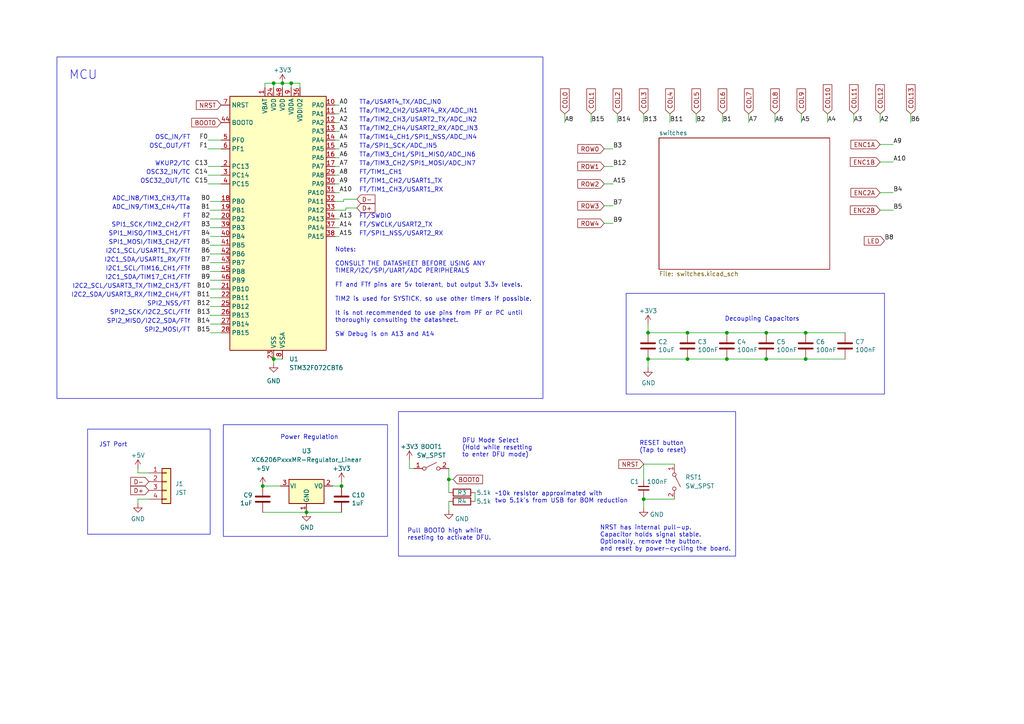
<source format=kicad_sch>
(kicad_sch (version 20231120) (generator "eeschema") (generator_version "8.0")
  (paper "A4")
  (lib_symbols
    (symbol "+5V_1" (power) (pin_names (offset 0))
      (property "Value" "+5V_1" (at 0 3.556 0))
      (symbol "+5V_1_0_1"
        (polyline (pts (xy -0.762 1.27) (xy 0 2.54)))
        (polyline (pts (xy 0 0) (xy 0 2.54)))
        (polyline (pts (xy 0 2.54) (xy 0.762 1.27)))
      )
      (symbol "+5V_1_1_1"
        (pin power_in line (at 0 0 90) (length 0) hide (name "+5V") (number "1"))
      )
    )
    (symbol "+5V_2" (power) (pin_numbers hide) (pin_names (offset 0) hide)
      (property "Value" "+5V" (at 0 3.556 0))
      (symbol "+5V_2_0_1"
        (polyline (pts (xy -0.762 1.27) (xy 0 2.54)))
        (polyline (pts (xy 0 0) (xy 0 2.54)))
        (polyline (pts (xy 0 2.54) (xy 0.762 1.27)))
      )
      (symbol "+5V_2_1_1"
        (pin power_in line (at 0 0 90) (length 0) (name "~") (number "1"))
      )
    )
    (symbol "Connector_Generic:Conn_01x04" (pin_names (offset 1.016) hide)
      (property "Reference" "J" (at 0 5.08 0))
      (property "Value" "Conn_01x04" (at 0 -7.62 0))
      (symbol "Conn_01x04_1_1"
        (rectangle (start -1.27 -4.953) (end 0 -5.207) (stroke (width 0.1524)))
        (rectangle (start -1.27 -2.413) (end 0 -2.667) (stroke (width 0.1524)))
        (rectangle (start -1.27 0.127) (end 0 -0.127) (stroke (width 0.1524)))
        (rectangle (start -1.27 2.667) (end 0 2.413) (stroke (width 0.1524)))
        (rectangle (start -1.27 3.81) (end 1.27 -6.35) (stroke (width 0.254)) (fill (type background)))
        (pin passive line (at -5.08 2.54 0) (length 3.81) (name "Pin_1") (number "1"))
        (pin passive line (at -5.08 0 0) (length 3.81) (name "Pin_2") (number "2"))
        (pin passive line (at -5.08 -2.54 0) (length 3.81) (name "Pin_3") (number "3"))
        (pin passive line (at -5.08 -5.08 0) (length 3.81) (name "Pin_4") (number "4"))
      )
    )
    (symbol "Device:C" (pin_numbers hide) (pin_names (offset 0.254))
      (property "Reference" "C" (at 0.635 2.54 0))
      (property "Value" "C" (at 0.635 -2.54 0))
      (symbol "C_0_1"
        (polyline (pts (xy -2.032 -0.762) (xy 2.032 -0.762)) (stroke (width 0.508)))
        (polyline (pts (xy -2.032 0.762) (xy 2.032 0.762)) (stroke (width 0.508)))
      )
      (symbol "C_1_1"
        (pin passive line (at 0 3.81 270) (length 2.794) (name "~") (number "1"))
        (pin passive line (at 0 -3.81 90) (length 2.794) (name "~") (number "2"))
      )
    )
    (symbol "Device:C_Small" (pin_numbers hide) (pin_names (offset 0.254) hide)
      (property "Reference" "C" (at 0.254 1.778 0))
      (property "Value" "C_Small" (at 0.254 -2.032 0))
      (symbol "C_Small_0_1"
        (polyline (pts (xy -1.524 -0.508) (xy 1.524 -0.508)) (stroke (width 0.3302)))
        (polyline (pts (xy -1.524 0.508) (xy 1.524 0.508)) (stroke (width 0.3048)))
      )
      (symbol "C_Small_1_1"
        (pin passive line (at 0 2.54 270) (length 2.032) (name "~") (number "1"))
        (pin passive line (at 0 -2.54 90) (length 2.032) (name "~") (number "2"))
      )
    )
    (symbol "Device:R" (pin_numbers hide) (pin_names (offset 0))
      (property "Reference" "R" (at 2.032 0 90))
      (property "Value" "R" (at 0 0 90))
      (symbol "R_0_1"
        (rectangle (start -1.016 -2.54) (end 1.016 2.54) (stroke (width 0.254)))
      )
      (symbol "R_1_1"
        (pin passive line (at 0 3.81 270) (length 1.27) (name "~") (number "1"))
        (pin passive line (at 0 -3.81 90) (length 1.27) (name "~") (number "2"))
      )
    )
    (symbol "Device:R_Small" (pin_numbers hide) (pin_names (offset 0.254) hide)
      (property "Reference" "R" (at 0.762 0.508 0))
      (property "Value" "R_Small" (at 0.762 -1.016 0))
      (symbol "R_Small_0_1"
        (rectangle (start -0.762 1.778) (end 0.762 -1.778) (stroke (width 0.2032)))
      )
      (symbol "R_Small_1_1"
        (pin passive line (at 0 2.54 270) (length 0.762) (name "~") (number "1"))
        (pin passive line (at 0 -2.54 90) (length 0.762) (name "~") (number "2"))
      )
    )
    (symbol "GND_1" (power) (pin_numbers hide) (pin_names (offset 0) hide)
      (property "Value" "GND" (at 0 -3.81 0))
      (symbol "GND_1_0_1"
        (polyline (pts (xy 0 0) (xy 0 -1.27) (xy 1.27 -1.27) (xy 0 -2.54) (xy -1.27 -1.27) (xy 0 -1.27)))
      )
      (symbol "GND_1_1_1"
        (pin power_in line (at 0 0 270) (length 0) (name "~") (number "1"))
      )
    )
    (symbol "MCU_ST_STM32F0:STM32F072CBTx"
      (property "Reference" "U" (at -12.7 39.37 0))
      (property "Value" "STM32F072CBTx" (at 10.16 39.37 0))
      (symbol "STM32F072CBTx_0_1"
        (rectangle (start -12.7 -35.56) (end 15.24 38.1) (stroke (width 0.254)) (fill (type background)))
      )
      (symbol "STM32F072CBTx_1_1"
        (pin power_in line (at -2.54 40.64 270) (length 2.54) (name "VBAT") (number "1"))
        (pin bidirectional line (at 17.78 35.56 180) (length 2.54) (name "PA0") (number "10"))
        (pin bidirectional line (at 17.78 33.02 180) (length 2.54) (name "PA1") (number "11"))
        (pin bidirectional line (at 17.78 30.48 180) (length 2.54) (name "PA2") (number "12"))
        (pin bidirectional line (at 17.78 27.94 180) (length 2.54) (name "PA3") (number "13"))
        (pin bidirectional line (at 17.78 25.4 180) (length 2.54) (name "PA4") (number "14"))
        (pin bidirectional line (at 17.78 22.86 180) (length 2.54) (name "PA5") (number "15"))
        (pin bidirectional line (at 17.78 20.32 180) (length 2.54) (name "PA6") (number "16"))
        (pin bidirectional line (at 17.78 17.78 180) (length 2.54) (name "PA7") (number "17"))
        (pin bidirectional line (at -15.24 7.62 0) (length 2.54) (name "PB0") (number "18"))
        (pin bidirectional line (at -15.24 5.08 0) (length 2.54) (name "PB1") (number "19"))
        (pin bidirectional line (at -15.24 17.78 0) (length 2.54) (name "PC13") (number "2"))
        (pin bidirectional line (at -15.24 2.54 0) (length 2.54) (name "PB2") (number "20"))
        (pin bidirectional line (at -15.24 -17.78 0) (length 2.54) (name "PB10") (number "21"))
        (pin bidirectional line (at -15.24 -20.32 0) (length 2.54) (name "PB11") (number "22"))
        (pin power_in line (at 0 -38.1 90) (length 2.54) (name "VSS") (number "23"))
        (pin power_in line (at 0 40.64 270) (length 2.54) (name "VDD") (number "24"))
        (pin bidirectional line (at -15.24 -22.86 0) (length 2.54) (name "PB12") (number "25"))
        (pin bidirectional line (at -15.24 -25.4 0) (length 2.54) (name "PB13") (number "26"))
        (pin bidirectional line (at -15.24 -27.94 0) (length 2.54) (name "PB14") (number "27"))
        (pin bidirectional line (at -15.24 -30.48 0) (length 2.54) (name "PB15") (number "28"))
        (pin bidirectional line (at 17.78 15.24 180) (length 2.54) (name "PA8") (number "29"))
        (pin bidirectional line (at -15.24 15.24 0) (length 2.54) (name "PC14") (number "3"))
        (pin bidirectional line (at 17.78 12.7 180) (length 2.54) (name "PA9") (number "30"))
        (pin bidirectional line (at 17.78 10.16 180) (length 2.54) (name "PA10") (number "31"))
        (pin bidirectional line (at 17.78 7.62 180) (length 2.54) (name "PA11") (number "32"))
        (pin bidirectional line (at 17.78 5.08 180) (length 2.54) (name "PA12") (number "33"))
        (pin bidirectional line (at 17.78 2.54 180) (length 2.54) (name "PA13") (number "34"))
        (pin passive line (at 0 -38.1 90) (length 2.54) hide (name "VSS") (number "35"))
        (pin power_in line (at 7.62 40.64 270) (length 2.54) (name "VDDIO2") (number "36"))
        (pin bidirectional line (at 17.78 0 180) (length 2.54) (name "PA14") (number "37"))
        (pin bidirectional line (at 17.78 -2.54 180) (length 2.54) (name "PA15") (number "38"))
        (pin bidirectional line (at -15.24 0 0) (length 2.54) (name "PB3") (number "39"))
        (pin bidirectional line (at -15.24 12.7 0) (length 2.54) (name "PC15") (number "4"))
        (pin bidirectional line (at -15.24 -2.54 0) (length 2.54) (name "PB4") (number "40"))
        (pin bidirectional line (at -15.24 -5.08 0) (length 2.54) (name "PB5") (number "41"))
        (pin bidirectional line (at -15.24 -7.62 0) (length 2.54) (name "PB6") (number "42"))
        (pin bidirectional line (at -15.24 -10.16 0) (length 2.54) (name "PB7") (number "43"))
        (pin input line (at -15.24 30.48 0) (length 2.54) (name "BOOT0") (number "44"))
        (pin bidirectional line (at -15.24 -12.7 0) (length 2.54) (name "PB8") (number "45"))
        (pin bidirectional line (at -15.24 -15.24 0) (length 2.54) (name "PB9") (number "46"))
        (pin passive line (at 0 -38.1 90) (length 2.54) hide (name "VSS") (number "47"))
        (pin power_in line (at 2.54 40.64 270) (length 2.54) (name "VDD") (number "48"))
        (pin bidirectional line (at -15.24 25.4 0) (length 2.54) (name "PF0") (number "5"))
        (pin bidirectional line (at -15.24 22.86 0) (length 2.54) (name "PF1") (number "6"))
        (pin input line (at -15.24 35.56 0) (length 2.54) (name "NRST") (number "7"))
        (pin power_in line (at 2.54 -38.1 90) (length 2.54) (name "VSSA") (number "8"))
        (pin power_in line (at 5.08 40.64 270) (length 2.54) (name "VDDA") (number "9"))
      )
    )
    (symbol "PCM_marbastlib-mx:MX_SK6812MINI-E"
      (property "Reference" "LED" (at 3.175 6.35 0))
      (property "Value" "MX_SK6812MINI-E" (at 10.16 -6.985 0))
      (symbol "MX_SK6812MINI-E_0_0"
        (text "RGB" (at 2.286 -4.191 0) (effects (font (size 0.762 0.762))))
      )
      (symbol "MX_SK6812MINI-E_0_1"
        (rectangle (start -5.08 5.08) (end 5.08 -5.08) (stroke (width 0.254)) (fill (type background)))
        (polyline (pts (xy 1.27 -3.556) (xy 1.778 -3.556)))
        (polyline (pts (xy 1.27 -2.54) (xy 1.778 -2.54)))
        (polyline (pts (xy 4.699 -3.556) (xy 2.667 -3.556)))
        (polyline (pts (xy 2.286 -2.54) (xy 1.27 -3.556) (xy 1.27 -3.048)))
        (polyline (pts (xy 2.286 -1.524) (xy 1.27 -2.54) (xy 1.27 -2.032)))
        (polyline (pts (xy 3.683 -1.016) (xy 3.683 -3.556) (xy 3.683 -4.064)))
        (polyline (pts (xy 4.699 -1.524) (xy 2.667 -1.524) (xy 3.683 -3.556) (xy 4.699 -1.524)))
      )
      (symbol "MX_SK6812MINI-E_1_1"
        (pin power_in line (at 0 7.62 270) (length 2.54) (name "VDD") (number "1"))
        (pin output line (at 7.62 0 180) (length 2.54) (name "DOUT") (number "2"))
        (pin input line (at -7.62 0 0) (length 2.54) (name "DIN") (number "3"))
        (pin power_in line (at 0 -7.62 90) (length 2.54) (name "VSS") (number "4"))
      )
    )
    (symbol "Switch:SW_SPST" (pin_names (offset 0) hide)
      (property "Reference" "SW" (at 0 3.175 0))
      (property "Value" "SW_SPST" (at 0 -2.54 0))
      (symbol "SW_SPST_0_0"
        (circle (center -2.032 0) (radius 0.508))
        (polyline (pts (xy -1.524 0.254) (xy 1.524 1.778)))
        (circle (center 2.032 0) (radius 0.508))
      )
      (symbol "SW_SPST_1_1"
        (pin passive line (at -5.08 0 0) (length 2.54) (name "A") (number "1"))
        (pin passive line (at 5.08 0 180) (length 2.54) (name "B") (number "2"))
      )
    )
    (symbol "kicad-keyboard-parts:XC6206PxxxMR-Regulator_Linear" (pin_names (offset 0.254))
      (property "Reference" "U" (at -3.81 3.175 0))
      (property "Value" "XC6206PxxxMR-Regulator_Linear" (at 0 3.175 0))
      (property "LCSC" "C5446" (at 0 0 0))
      (symbol "XC6206PxxxMR-Regulator_Linear_0_1"
        (rectangle (start -5.08 1.905) (end 5.08 -5.08) (stroke (width 0.254)) (fill (type background)))
      )
      (symbol "XC6206PxxxMR-Regulator_Linear_1_1"
        (pin power_in line (at 0 -7.62 90) (length 2.54) (name "GND") (number "1"))
        (pin power_out line (at 7.62 0 180) (length 2.54) (name "VO") (number "2"))
        (pin power_in line (at -7.62 0 0) (length 2.54) (name "VI") (number "3"))
      )
    )
    (symbol "power:+3V3" (power) (pin_names (offset 0))
      (property "Value" "+3V3" (at 0 3.556 0))
      (symbol "+3V3_0_1"
        (polyline (pts (xy -0.762 1.27) (xy 0 2.54)))
        (polyline (pts (xy 0 0) (xy 0 2.54)))
        (polyline (pts (xy 0 2.54) (xy 0.762 1.27)))
      )
      (symbol "+3V3_1_1"
        (pin power_in line (at 0 0 90) (length 0) hide (name "+3V3") (number "1"))
      )
    )
    (symbol "power:+5V" (power) (pin_names (offset 0))
      (property "Value" "+5V" (at 0 3.556 0))
      (symbol "+5V_0_1"
        (polyline (pts (xy -0.762 1.27) (xy 0 2.54)))
        (polyline (pts (xy 0 0) (xy 0 2.54)))
        (polyline (pts (xy 0 2.54) (xy 0.762 1.27)))
      )
      (symbol "+5V_1_1"
        (pin power_in line (at 0 0 90) (length 0) hide (name "+5V") (number "1"))
      )
    )
    (symbol "power:GND" (power) (pin_names (offset 0))
      (property "Value" "GND" (at 0 -3.81 0))
      (symbol "GND_0_1"
        (polyline (pts (xy 0 0) (xy 0 -1.27) (xy 1.27 -1.27) (xy 0 -2.54) (xy -1.27 -1.27) (xy 0 -1.27)))
      )
      (symbol "GND_1_1"
        (pin power_in line (at 0 0 270) (length 0) hide (name "GND") (number "1"))
      )
    )
  )
  (junction (at 386.08 86.36))
  (junction (at 386.08 81.28))
  (junction (at 130.175 139.065))
  (junction (at 369.57 81.28))
  (junction (at 434.34 58.42))
  (junction (at 81.915 24.13))
  (junction (at 345.44 58.42))
  (junction (at 322.58 50.8))
  (junction (at 353.06 81.28))
  (junction (at 389.89 43.18))
  (junction (at 455.93 58.42))
  (junction (at 478.79 58.42))
  (junction (at 389.89 58.42))
  (junction (at 99.06 140.97))
  (junction (at 367.03 43.18))
  (junction (at 79.375 24.13))
  (junction (at 427.99 86.36))
  (junction (at 411.48 58.42))
  (junction (at 378.46 81.28))
  (junction (at 411.48 43.18))
  (junction (at 222.25 104.14))
  (junction (at 543.56 58.42))
  (junction (at 543.56 43.18))
  (junction (at 76.2 140.97))
  (junction (at 500.38 58.42))
  (junction (at 353.06 86.36))
  (junction (at 222.25 96.52))
  (junction (at 478.79 43.18))
  (junction (at 563.88 58.42))
  (junction (at 434.34 43.18))
  (junction (at 187.96 104.14))
  (junction (at 88.9 148.59) (diameter 0.9144))
  (junction (at 435.61 81.28))
  (junction (at 186.69 144.78))
  (junction (at 187.96 96.52))
  (junction (at 79.375 104.14))
  (junction (at 402.59 81.28))
  (junction (at 455.93 43.18))
  (junction (at 523.24 43.18))
  (junction (at 361.95 81.28))
  (junction (at 210.82 104.14))
  (junction (at 199.39 104.14))
  (junction (at 563.88 43.18))
  (junction (at 361.95 86.36))
  (junction (at 233.68 104.14))
  (junction (at 233.68 96.52))
  (junction (at 419.1 81.28))
  (junction (at 435.61 86.36))
  (junction (at 402.59 86.36))
  (junction (at 394.97 86.36))
  (junction (at 411.48 81.28))
  (junction (at 210.82 96.52))
  (junction (at 427.99 81.28))
  (junction (at 345.44 43.18))
  (junction (at 369.57 86.36))
  (junction (at 411.48 86.36))
  (junction (at 378.46 86.36))
  (junction (at 500.38 43.18))
  (junction (at 419.1 86.36))
  (junction (at 394.97 81.28))
  (junction (at 523.24 58.42))
  (junction (at 367.03 58.42))
  (junction (at 199.39 96.52))
  (junction (at 84.455 24.13))
  (wire (pts (xy 179.07 33.02) (xy 179.07 35.56)))
  (wire (pts (xy 346.71 86.36) (xy 353.06 86.36)))
  (wire (pts (xy 233.68 104.14) (xy 245.11 104.14)))
  (wire (pts (xy 523.24 43.18) (xy 543.56 43.18)))
  (wire (pts (xy 322.58 49.53) (xy 322.58 50.8)))
  (wire (pts (xy 367.03 43.18) (xy 389.89 43.18)))
  (wire (pts (xy 435.61 86.36) (xy 444.5 86.36)))
  (wire (pts (xy 60.96 76.2) (xy 64.135 76.2)))
  (wire (pts (xy 402.59 81.28) (xy 411.48 81.28)))
  (wire (pts (xy 530.86 50.8) (xy 535.94 50.8)))
  (wire (pts (xy 98.425 40.64) (xy 97.155 40.64)))
  (wire (pts (xy 232.41 33.02) (xy 232.41 35.56)))
  (wire (pts (xy 419.1 50.8) (xy 426.72 50.8)))
  (wire (pts (xy 394.97 86.36) (xy 402.59 86.36)))
  (wire (pts (xy 60.96 60.96) (xy 64.135 60.96)))
  (wire (pts (xy 86.995 24.13) (xy 86.995 25.4)))
  (wire (pts (xy 386.08 81.28) (xy 394.97 81.28)))
  (wire (pts (xy 486.41 50.8) (xy 492.76 50.8)))
  (wire (pts (xy 337.82 50.8) (xy 322.58 50.8)))
  (wire (pts (xy 98.425 53.34) (xy 97.155 53.34)))
  (wire (pts (xy 508 50.8) (xy 515.62 50.8)))
  (wire (pts (xy 209.55 33.02) (xy 209.55 35.56)))
  (wire (pts (xy 210.82 104.14) (xy 199.39 104.14)))
  (wire (pts (xy 345.44 58.42) (xy 367.03 58.42)))
  (wire (pts (xy 175.26 59.69) (xy 177.8 59.69)))
  (wire (pts (xy 98.425 48.26) (xy 97.155 48.26)))
  (wire (pts (xy 120.015 135.89) (xy 118.745 135.89)))
  (wire (pts (xy 389.89 58.42) (xy 411.48 58.42)))
  (wire (pts (xy 84.455 24.13) (xy 84.455 25.4)))
  (wire (pts (xy 98.425 35.56) (xy 97.155 35.56)))
  (wire (pts (xy 210.82 96.52) (xy 199.39 96.52)))
  (wire (pts (xy 60.96 63.5) (xy 64.135 63.5)))
  (wire (pts (xy 463.55 50.8) (xy 471.17 50.8)))
  (wire (pts (xy 84.455 24.13) (xy 86.995 24.13)))
  (wire (pts (xy 130.175 139.065) (xy 131.445 139.065)))
  (wire (pts (xy 60.96 78.74) (xy 64.135 78.74)))
  (wire (pts (xy 79.375 24.13) (xy 79.375 25.4)))
  (wire (pts (xy 411.48 86.36) (xy 419.1 86.36)))
  (wire (pts (xy 353.06 81.28) (xy 361.95 81.28)))
  (wire (pts (xy 369.57 86.36) (xy 378.46 86.36)))
  (wire (pts (xy 88.9 148.59) (xy 99.06 148.59)))
  (wire (pts (xy 500.38 58.42) (xy 523.24 58.42)))
  (wire (pts (xy 60.96 93.98) (xy 64.135 93.98)))
  (wire (pts (xy 79.375 105.41) (xy 79.375 104.14)))
  (wire (pts (xy 60.96 83.82) (xy 64.135 83.82)))
  (wire (pts (xy 201.93 33.02) (xy 201.93 35.56)))
  (wire (pts (xy 98.425 38.1) (xy 97.155 38.1)))
  (wire (pts (xy 186.69 147.32) (xy 186.69 144.78)))
  (wire (pts (xy 551.18 50.8) (xy 556.26 50.8)))
  (wire (pts (xy 411.48 58.42) (xy 434.34 58.42)))
  (wire (pts (xy 60.96 73.66) (xy 64.135 73.66)))
  (wire (pts (xy 76.2 140.97) (xy 81.28 140.97)))
  (wire (pts (xy 137.795 142.875) (xy 137.795 145.415)))
  (wire (pts (xy 222.25 96.52) (xy 233.68 96.52)))
  (wire (pts (xy 98.425 63.5) (xy 97.155 63.5)))
  (wire (pts (xy 60.96 71.12) (xy 64.135 71.12)))
  (wire (pts (xy 435.61 81.28) (xy 444.5 81.28)))
  (wire (pts (xy 43.18 144.78) (xy 40.005 144.78)))
  (wire (pts (xy 118.745 135.89) (xy 118.745 133.35)))
  (wire (pts (xy 100.33 60.325) (xy 100.33 60.96)))
  (wire (pts (xy 60.96 66.04) (xy 64.135 66.04)))
  (wire (pts (xy 76.835 24.13) (xy 76.835 25.4)))
  (wire (pts (xy 175.26 64.77) (xy 177.8 64.77)))
  (wire (pts (xy 397.51 50.8) (xy 403.86 50.8)))
  (wire (pts (xy 419.1 86.36) (xy 427.99 86.36)))
  (wire (pts (xy 98.425 43.18) (xy 97.155 43.18)))
  (wire (pts (xy 60.96 91.44) (xy 64.135 91.44)))
  (wire (pts (xy 441.96 50.8) (xy 448.31 50.8)))
  (wire (pts (xy 434.34 58.42) (xy 455.93 58.42)))
  (wire (pts (xy 171.45 33.02) (xy 171.45 35.56)))
  (wire (pts (xy 571.5 50.8) (xy 576.58 50.8)))
  (wire (pts (xy 43.18 137.16) (xy 40.005 137.16)))
  (wire (pts (xy 361.95 81.28) (xy 369.57 81.28)))
  (wire (pts (xy 186.69 134.62) (xy 195.58 134.62)))
  (wire (pts (xy 96.52 140.97) (xy 99.06 140.97)))
  (wire (pts (xy 210.82 96.52) (xy 222.25 96.52)))
  (wire (pts (xy 98.425 45.72) (xy 97.155 45.72)))
  (wire (pts (xy 130.175 135.89) (xy 130.175 139.065)))
  (wire (pts (xy 84.455 24.13) (xy 81.915 24.13)))
  (wire (pts (xy 60.96 58.42) (xy 64.135 58.42)))
  (wire (pts (xy 353.06 86.36) (xy 361.95 86.36)))
  (wire (pts (xy 563.88 43.18) (xy 584.2 43.18)))
  (wire (pts (xy 186.69 134.62) (xy 186.69 139.065)))
  (wire (pts (xy 98.425 55.88) (xy 97.155 55.88)))
  (wire (pts (xy 255.27 33.02) (xy 255.27 35.56)))
  (wire (pts (xy 334.01 58.42) (xy 345.44 58.42)))
  (wire (pts (xy 60.96 86.36) (xy 64.135 86.36)))
  (wire (pts (xy 247.65 33.02) (xy 247.65 35.56)))
  (wire (pts (xy 217.17 33.02) (xy 217.17 35.56)))
  (wire (pts (xy 322.58 50.8) (xy 308.61 50.8)))
  (wire (pts (xy 100.33 60.96) (xy 97.155 60.96)))
  (wire (pts (xy 187.96 106.68) (xy 187.96 104.14)))
  (wire (pts (xy 427.99 86.36) (xy 435.61 86.36)))
  (wire (pts (xy 255.27 41.91) (xy 259.08 41.91)))
  (wire (pts (xy 523.24 58.42) (xy 543.56 58.42)))
  (wire (pts (xy 455.93 58.42) (xy 478.79 58.42)))
  (wire (pts (xy 543.56 43.18) (xy 563.88 43.18)))
  (wire (pts (xy 60.325 48.26) (xy 64.135 48.26)))
  (wire (pts (xy 60.325 50.8) (xy 64.135 50.8)))
  (wire (pts (xy 500.38 43.18) (xy 523.24 43.18)))
  (wire (pts (xy 79.375 104.14) (xy 81.915 104.14)))
  (wire (pts (xy 233.68 96.52) (xy 245.11 96.52)))
  (wire (pts (xy 187.96 93.98) (xy 187.96 96.52)))
  (wire (pts (xy 322.58 40.64) (xy 322.58 44.45)))
  (wire (pts (xy 60.96 96.52) (xy 64.135 96.52)))
  (wire (pts (xy 543.56 58.42) (xy 563.88 58.42)))
  (wire (pts (xy 186.69 33.02) (xy 186.69 35.56)))
  (wire (pts (xy 163.83 33.02) (xy 163.83 35.56)))
  (wire (pts (xy 186.69 144.78) (xy 186.69 144.145)))
  (wire (pts (xy 264.16 33.02) (xy 264.16 35.56)))
  (wire (pts (xy 79.375 24.13) (xy 81.915 24.13)))
  (wire (pts (xy 186.69 144.78) (xy 195.58 144.78)))
  (wire (pts (xy 334.01 43.18) (xy 345.44 43.18)))
  (wire (pts (xy 402.59 86.36) (xy 411.48 86.36)))
  (wire (pts (xy 130.175 145.415) (xy 130.175 147.955)))
  (wire (pts (xy 60.325 40.64) (xy 64.135 40.64)))
  (wire (pts (xy 224.79 33.02) (xy 224.79 35.56)))
  (wire (pts (xy 411.48 81.28) (xy 419.1 81.28)))
  (wire (pts (xy 60.96 88.9) (xy 64.135 88.9)))
  (wire (pts (xy 361.95 86.36) (xy 369.57 86.36)))
  (wire (pts (xy 60.96 81.28) (xy 64.135 81.28)))
  (wire (pts (xy 40.005 137.16) (xy 40.005 135.89)))
  (wire (pts (xy 40.005 144.78) (xy 40.005 146.05)))
  (wire (pts (xy 389.89 43.18) (xy 411.48 43.18)))
  (wire (pts (xy 76.835 24.13) (xy 79.375 24.13)))
  (wire (pts (xy 563.88 58.42) (xy 584.2 58.42)))
  (wire (pts (xy 378.46 86.36) (xy 386.08 86.36)))
  (wire (pts (xy 60.96 68.58) (xy 64.135 68.58)))
  (wire (pts (xy 130.175 139.065) (xy 130.175 142.875)))
  (wire (pts (xy 427.99 81.28) (xy 435.61 81.28)))
  (wire (pts (xy 255.27 55.88) (xy 259.08 55.88)))
  (wire (pts (xy 240.03 33.02) (xy 240.03 35.56)))
  (wire (pts (xy 99.695 57.785) (xy 99.695 58.42)))
  (wire (pts (xy 478.79 43.18) (xy 500.38 43.18)))
  (wire (pts (xy 103.505 60.325) (xy 100.33 60.325)))
  (wire (pts (xy 478.79 58.42) (xy 500.38 58.42)))
  (wire (pts (xy 98.425 50.8) (xy 97.155 50.8)))
  (wire (pts (xy 98.425 33.02) (xy 97.155 33.02)))
  (wire (pts (xy 98.425 66.04) (xy 97.155 66.04)))
  (wire (pts (xy 199.39 104.14) (xy 187.96 104.14)))
  (wire (pts (xy 99.06 139.7) (xy 99.06 140.97)))
  (wire (pts (xy 434.34 43.18) (xy 455.93 43.18)))
  (wire (pts (xy 255.27 60.96) (xy 259.08 60.96)))
  (wire (pts (xy 367.03 58.42) (xy 389.89 58.42)))
  (wire (pts (xy 369.57 81.28) (xy 378.46 81.28)))
  (wire (pts (xy 99.695 58.42) (xy 97.155 58.42)))
  (wire (pts (xy 386.08 86.36) (xy 394.97 86.36)))
  (wire (pts (xy 60.325 43.18) (xy 64.135 43.18)))
  (wire (pts (xy 353.06 50.8) (xy 359.41 50.8)))
  (wire (pts (xy 175.26 53.34) (xy 177.8 53.34)))
  (wire (pts (xy 103.505 57.785) (xy 99.695 57.785)))
  (wire (pts (xy 175.26 48.26) (xy 177.8 48.26)))
  (wire (pts (xy 88.9 148.59) (xy 76.2 148.59)))
  (wire (pts (xy 175.26 43.18) (xy 177.8 43.18)))
  (wire (pts (xy 255.27 46.99) (xy 259.08 46.99)))
  (wire (pts (xy 394.97 81.28) (xy 402.59 81.28)))
  (wire (pts (xy 98.425 30.48) (xy 97.155 30.48)))
  (wire (pts (xy 98.425 68.58) (xy 97.155 68.58)))
  (wire (pts (xy 81.915 24.13) (xy 81.915 25.4)))
  (wire (pts (xy 199.39 96.52) (xy 187.96 96.52)))
  (wire (pts (xy 419.1 81.28) (xy 427.99 81.28)))
  (wire (pts (xy 374.65 50.8) (xy 382.27 50.8)))
  (wire (pts (xy 378.46 81.28) (xy 386.08 81.28)))
  (wire (pts (xy 210.82 104.14) (xy 222.25 104.14)))
  (wire (pts (xy 346.71 81.28) (xy 353.06 81.28)))
  (wire (pts (xy 345.44 43.18) (xy 367.03 43.18)))
  (wire (pts (xy 455.93 43.18) (xy 478.79 43.18)))
  (wire (pts (xy 222.25 104.14) (xy 233.68 104.14)))
  (wire (pts (xy 411.48 43.18) (xy 434.34 43.18)))
  (wire (pts (xy 60.325 53.34) (xy 64.135 53.34)))
  (wire (pts (xy 194.31 33.02) (xy 194.31 35.56)))
  (rectangle (start 299.72 20.32) (end 596.9 95.25))
  (rectangle (start 181.61 85.09) (end 256.54 114.3))
  (rectangle (start 16.51 16.51) (end 157.48 115.57))
  (rectangle (start 25.4 124.46) (end 60.96 154.94))
  (rectangle (start 64.77 123.19) (end 112.395 155.575))
  (rectangle (start 115.57 119.38) (end 213.36 161.29))
  (text "SPI1_SCK/TIM2_CH2/FT" (at 55.245 66.04 0) (effects (font (size 1.27 1.27)) (justify right bottom)))
  (text "FT/TIM1_CH1" (at 104.14 50.8 0) (effects (font (size 1.27 1.27)) (justify left bottom)))
  (text "FT/TIM1_CH3/USART1_RX" (at 104.14 55.88 0) (effects (font (size 1.27 1.27)) (justify left bottom)))
  (text "SPI2_NSS/FT" (at 55.245 88.9 0) (effects (font (size 1.27 1.27)) (justify right bottom)))
  (text "Notes:\n\nCONSULT THE DATASHEET BEFORE USING ANY \nTIMER/I2C/SPI/UART/ADC PERIPHERALS\n\nFT and FTf pins are 5v tolerant, but output 3.3v levels.\n\nTIM2 is used for SYSTICK, so use other timers if possible.\n\nIt is not recommended to use pins from PF or PC until\nthoroughly consulting the datasheet.\n\nSW Debug is on A13 and A14" (at 97.155 97.79 0) (effects (font (size 1.27 1.27)) (justify left bottom)))
  (text "TTa/TIM2_CH4/USART2_RX/ADC_IN3" (at 104.14 38.1 0) (effects (font (size 1.27 1.27)) (justify left bottom)))
  (text "NRST has internal pull-up.\nCapacitor holds signal stable.\nOptionally, remove the button,\nand reset by power-cycling the board." (at 173.99 160.02 0) (effects (font (size 1.27 1.27)) (justify left bottom)))
  (text "FT/SWDIO" (at 104.14 63.5 0) (effects (font (size 1.27 1.27)) (justify left bottom)))
  (text "Decoupling Capacitors" (at 210.185 93.345 0) (effects (font (size 1.27 1.27)) (justify left bottom)))
  (text "SPI1_MOSI/TIM3_CH2/FT" (at 55.245 71.12 0) (effects (font (size 1.27 1.27)) (justify right bottom)))
  (text "ADC_IN9/TIM3_CH4/TTa" (at 55.245 60.96 0) (effects (font (size 1.27 1.27)) (justify right bottom)))
  (text "I2C2_SCL/USART3_TX/TIM2_CH3/FT" (at 55.245 83.82 0) (effects (font (size 1.27 1.27)) (justify right bottom)))
  (text "MCU" (at 24.13 21.844 0) (effects (font (size 2.54 2.54))))
  (text "SPI2_MISO/I2C2_SDA/FTf" (at 55.245 93.98 0) (effects (font (size 1.27 1.27)) (justify right bottom)))
  (text "FT/SWCLK/USART2_TX" (at 104.14 66.04 0) (effects (font (size 1.27 1.27)) (justify left bottom)))
  (text "I2C1_SCL/TIM16_CH1/FTf" (at 55.245 78.74 0) (effects (font (size 1.27 1.27)) (justify right bottom)))
  (text "~10k resistor approximated with\ntwo 5.1k's from USB for BOM reduction" (at 143.51 146.05 0) (effects (font (size 1.27 1.27)) (justify left bottom)))
  (text "TTa/TIM2_CH2/USART4_RX/ADC_IN1" (at 104.14 33.02 0) (effects (font (size 1.27 1.27)) (justify left bottom)))
  (text "JST Port" (at 28.702 129.794 0) (effects (font (size 1.27 1.27)) (justify left bottom)))
  (text "TTa/TIM2_CH3/USART2_TX/ADC_IN2" (at 104.14 35.56 0) (effects (font (size 1.27 1.27)) (justify left bottom)))
  (text "OSC_IN/FT" (at 55.245 40.64 0) (effects (font (size 1.27 1.27)) (justify right bottom)))
  (text "DFU Mode Select\n(Hold while resetting\nto enter DFU mode)" (at 133.985 132.715 0) (effects (font (size 1.27 1.27)) (justify left bottom)))
  (text "WKUP2/TC" (at 55.245 48.26 0) (effects (font (size 1.27 1.27)) (justify right bottom)))
  (text "I2C2_SDA/USART3_RX/TIM2_CH4/FT" (at 55.245 86.36 0) (effects (font (size 1.27 1.27)) (justify right bottom)))
  (text "ADC_IN8/TIM3_CH3/TTa" (at 55.245 58.42 0) (effects (font (size 1.27 1.27)) (justify right bottom)))
  (text "RESET button\n(Tap to reset)" (at 185.42 131.445 0) (effects (font (size 1.27 1.27)) (justify left bottom)))
  (text "Pull BOOT0 high while \nreseting to activate DFU." (at 118.11 156.845 0) (effects (font (size 1.27 1.27)) (justify left bottom)))
  (text "I2C1_SDA/TIM17_CH1/FTf" (at 55.245 81.28 0) (effects (font (size 1.27 1.27)) (justify right bottom)))
  (text "TTa/SPI1_SCK/ADC_IN5" (at 104.14 43.18 0) (effects (font (size 1.27 1.27)) (justify left bottom)))
  (text "TTa/TIM3_CH1/SPI1_MISO/ADC_IN6" (at 104.14 45.72 0) (effects (font (size 1.27 1.27)) (justify left bottom)))
  (text "TTa/TIM3_CH2/SPI1_MOSI/ADC_IN7" (at 104.14 48.26 0) (effects (font (size 1.27 1.27)) (justify left bottom)))
  (text "OSC32_OUT/TC" (at 55.245 53.34 0) (effects (font (size 1.27 1.27)) (justify right bottom)))
  (text "FT/SPI1_NSS/USART2_RX" (at 104.14 68.58 0) (effects (font (size 1.27 1.27)) (justify left bottom)))
  (text "SPI1_MISO/TIM3_CH1/FT" (at 55.245 68.58 0) (effects (font (size 1.27 1.27)) (justify right bottom)))
  (text "OSC32_IN/TC" (at 55.245 50.8 0) (effects (font (size 1.27 1.27)) (justify right bottom)))
  (text "LED" (at 310.134 25.908 0) (effects (font (size 2.54 2.54))))
  (text "TTa/TIM14_CH1/SPI1_NSS/ADC_IN4" (at 104.14 40.64 0) (effects (font (size 1.27 1.27)) (justify left bottom)))
  (text "I2C1_SDA/USART1_RX/FTf" (at 55.245 76.2 0) (effects (font (size 1.27 1.27)) (justify right bottom)))
  (text "SPI2_MOSI/FT" (at 55.245 96.52 0) (effects (font (size 1.27 1.27)) (justify right bottom)))
  (text "FT/TIM1_CH2/USART1_TX" (at 104.14 53.34 0) (effects (font (size 1.27 1.27)) (justify left bottom)))
  (text "Power Regulation" (at 81.28 127.635 0) (effects (font (size 1.27 1.27)) (justify left bottom)))
  (text "SPI2_SCK/I2C2_SCL/FTf" (at 55.245 91.44 0) (effects (font (size 1.27 1.27)) (justify right bottom)))
  (text "OSC_OUT/FT" (at 55.245 43.18 0) (effects (font (size 1.27 1.27)) (justify right bottom)))
  (text "FT" (at 55.245 63.5 0) (effects (font (size 1.27 1.27)) (justify right bottom)))
  (text "TTa/USART4_TX/ADC_IN0" (at 104.14 30.48 0) (effects (font (size 1.27 1.27)) (justify left bottom)))
  (text "I2C1_SCL/USART1_TX/FTf" (at 55.245 73.66 0) (effects (font (size 1.27 1.27)) (justify right bottom)))
  (label "A1" (at 98.425 33.02 0))
  (label "B1" (at 209.55 35.56 0))
  (label "A3" (at 98.425 38.1 0))
  (label "A13" (at 98.425 63.5 0))
  (label "A10" (at 98.425 55.88 0))
  (label "A7" (at 217.17 35.56 0))
  (label "B7" (at 60.96 76.2 180))
  (label "B13" (at 60.96 91.44 180))
  (label "A6" (at 98.425 45.72 0))
  (label "A5" (at 232.41 35.56 0))
  (label "B15" (at 171.45 35.56 0))
  (label "B1" (at 60.96 60.96 180))
  (label "B9" (at 60.96 81.28 180))
  (label "B14" (at 179.07 35.56 0))
  (label "B5" (at 60.96 71.12 180))
  (label "B14" (at 60.96 93.98 180))
  (label "A8" (at 98.425 50.8 0))
  (label "B0" (at 60.96 58.42 180))
  (label "A4" (at 240.03 35.56 0))
  (label "A9" (at 98.425 53.34 0))
  (label "B3" (at 177.8 43.18 0))
  (label "A2" (at 98.425 35.56 0))
  (label "B8" (at 60.96 78.74 180))
  (label "A9" (at 259.08 41.91 0))
  (label "A8" (at 163.83 35.56 0))
  (label "A4" (at 98.425 40.64 0))
  (label "B12" (at 60.96 88.9 180))
  (label "B4" (at 60.96 68.58 180))
  (label "C14" (at 60.325 50.8 180))
  (label "B12" (at 177.8 48.26 0))
  (label "B6" (at 60.96 73.66 180))
  (label "A6" (at 224.79 35.56 0))
  (label "B6" (at 264.16 35.56 0))
  (label "B15" (at 60.96 96.52 180))
  (label "A14" (at 98.425 66.04 0))
  (label "B11" (at 194.31 35.56 0))
  (label "A3" (at 247.65 35.56 0))
  (label "B7" (at 177.8 59.69 0))
  (label "A10" (at 259.08 46.99 0))
  (label "A15" (at 177.8 53.34 0))
  (label "B10" (at 60.96 83.82 180))
  (label "B11" (at 60.96 86.36 180))
  (label "B8" (at 256.54 69.85 0))
  (label "C15" (at 60.325 53.34 180))
  (label "B3" (at 60.96 66.04 180))
  (label "A0" (at 98.425 30.48 0))
  (label "B2" (at 60.96 63.5 180))
  (label "F1" (at 60.325 43.18 180))
  (label "B5" (at 259.08 60.96 0))
  (label "A2" (at 255.27 35.56 0))
  (label "B2" (at 201.93 35.56 0))
  (label "B4" (at 259.08 55.88 0))
  (label "A5" (at 98.425 43.18 0))
  (label "A7" (at 98.425 48.26 0))
  (label "B13" (at 186.69 35.56 0))
  (label "B9" (at 177.8 64.77 0))
  (label "C13" (at 60.325 48.26 180))
  (label "F0" (at 60.325 40.64 180))
  (label "A15" (at 98.425 68.58 0))
  (global_label "COL5" (shape input) (at 201.93 33.02 90) (property "Intersheetrefs" "${INTERSHEET_REFS}" (effects (hide yes))))
  (global_label "COL4" (shape input) (at 194.31 33.02 90) (property "Intersheetrefs" "${INTERSHEET_REFS}" (effects (hide yes))))
  (global_label "COL7" (shape input) (at 217.17 33.02 90) (property "Intersheetrefs" "${INTERSHEET_REFS}" (effects (hide yes))))
  (global_label "D+" (shape input) (at 43.18 142.24 180) (property "Intersheetrefs" "${INTERSHEET_REFS}" (effects (hide yes))))
  (global_label "COL8" (shape input) (at 224.79 33.02 90) (property "Intersheetrefs" "${INTERSHEET_REFS}" (effects (hide yes))))
  (global_label "D-" (shape input) (at 103.505 57.785 0) (property "Intersheetrefs" "${INTERSHEET_REFS}" (effects (hide yes))))
  (global_label "ENC1A" (shape input) (at 255.27 41.91 180) (property "Intersheetrefs" "${INTERSHEET_REFS}" (effects (hide yes))))
  (global_label "BOOT0" (shape input) (at 64.135 35.56 180) (property "Intersheetrefs" "${INTERSHEET_REFS}" (effects (hide yes))))
  (global_label "ROW3" (shape input) (at 175.26 59.69 180) (property "Intersheetrefs" "${INTERSHEET_REFS}" (effects (hide yes))))
  (global_label "COL9" (shape input) (at 232.41 33.02 90) (property "Intersheetrefs" "${INTERSHEET_REFS}" (effects (hide yes))))
  (global_label "D+" (shape input) (at 103.505 60.325 0) (property "Intersheetrefs" "${INTERSHEET_REFS}" (effects (hide yes))))
  (global_label "ENC1B" (shape input) (at 255.27 46.99 180) (property "Intersheetrefs" "${INTERSHEET_REFS}" (effects (hide yes))))
  (global_label "LED" (shape input) (at 308.61 50.8 180) (property "Intersheetrefs" "${INTERSHEET_REFS}" (effects (hide yes))))
  (global_label "COL3" (shape input) (at 186.69 33.02 90) (property "Intersheetrefs" "${INTERSHEET_REFS}" (effects (hide yes))))
  (global_label "ROW1" (shape input) (at 175.26 48.26 180) (property "Intersheetrefs" "${INTERSHEET_REFS}" (effects (hide yes))))
  (global_label "ROW0" (shape input) (at 175.26 43.18 180) (property "Intersheetrefs" "${INTERSHEET_REFS}" (effects (hide yes))))
  (global_label "COL6" (shape input) (at 209.55 33.02 90) (property "Intersheetrefs" "${INTERSHEET_REFS}" (effects (hide yes))))
  (global_label "COL0" (shape input) (at 163.83 33.02 90) (property "Intersheetrefs" "${INTERSHEET_REFS}" (effects (hide yes))))
  (global_label "ROW2" (shape input) (at 175.26 53.34 180) (property "Intersheetrefs" "${INTERSHEET_REFS}" (effects (hide yes))))
  (global_label "ENC2B" (shape input) (at 255.27 60.96 180) (property "Intersheetrefs" "${INTERSHEET_REFS}" (effects (hide yes))))
  (global_label "ENC2A" (shape input) (at 255.27 55.88 180) (property "Intersheetrefs" "${INTERSHEET_REFS}" (effects (hide yes))))
  (global_label "D-" (shape input) (at 43.18 139.7 180) (property "Intersheetrefs" "${INTERSHEET_REFS}" (effects (hide yes))))
  (global_label "NRST" (shape input) (at 186.69 134.62 180) (property "Intersheetrefs" "${INTERSHEET_REFS}" (effects (hide yes))))
  (global_label "NRST" (shape input) (at 64.135 30.48 180) (property "Intersheetrefs" "${INTERSHEET_REFS}" (effects (hide yes))))
  (global_label "COL12" (shape input) (at 255.27 33.02 90) (property "Intersheetrefs" "${INTERSHEET_REFS}" (effects (hide yes))))
  (global_label "BOOT0" (shape input) (at 131.445 139.065 0) (property "Intersheetrefs" "${INTERSHEET_REFS}" (effects (hide yes))))
  (global_label "ROW4" (shape input) (at 175.26 64.77 180) (property "Intersheetrefs" "${INTERSHEET_REFS}" (effects (hide yes))))
  (global_label "COL10" (shape input) (at 240.03 33.02 90) (property "Intersheetrefs" "${INTERSHEET_REFS}" (effects (hide yes))))
  (global_label "LED" (shape input) (at 256.54 69.85 180) (property "Intersheetrefs" "${INTERSHEET_REFS}" (effects (hide yes))))
  (global_label "COL11" (shape input) (at 247.65 33.02 90) (property "Intersheetrefs" "${INTERSHEET_REFS}" (effects (hide yes))))
  (global_label "COL2" (shape input) (at 179.07 33.02 90) (property "Intersheetrefs" "${INTERSHEET_REFS}" (effects (hide yes))))
  (global_label "COL13" (shape input) (at 264.16 33.02 90) (property "Intersheetrefs" "${INTERSHEET_REFS}" (effects (hide yes))))
  (global_label "COL1" (shape input) (at 171.45 33.02 90) (property "Intersheetrefs" "${INTERSHEET_REFS}" (effects (hide yes))))
  (symbol (lib_id "PCM_marbastlib-mx:MX_SK6812MINI-E") (at 411.48 50.8 0) (unit 1)
    (property "Reference" "LED4" (at 411.48 62.738 0))
    (property "Value" "MX_SK6812MINI-E" (at 411.48 65.278 0))
    (property "Footprint" "PCM_marbastlib-mx:LED_MX_6028R" (effects (hide yes)))
    (property "Description" "Reverse mount adressable LED (WS2812 protocol)" (effects (hide yes)))
  )
  (symbol (lib_id "power:+3V3") (at 81.915 24.13 0) (unit 1)
    (property "Reference" "#PWR01" (effects (hide yes)))
    (property "Value" "+3V3" (at 81.915 20.32 0))
  )
  (symbol (lib_id "Device:R") (at 133.985 142.875 90) (unit 1)
    (property "Reference" "R3" (at 133.985 142.875 90))
    (property "Value" "5.1k" (at 140.335 142.875 90))
    (property "Footprint" "Resistor_SMD:R_0402_1005Metric" (effects (hide yes)))
  )
  (symbol (lib_name "GND_1") (lib_id "power:GND") (at 334.01 58.42 0) (unit 1)
    (property "Reference" "#PWR016" (effects (hide yes)))
    (property "Value" "GND" (at 334.01 63.5 0))
    (property "Description" "Power symbol creates a global label with name \"GND\" , ground" (effects (hide yes)))
  )
  (symbol (lib_id "power:GND") (at 79.375 105.41 0) (unit 1)
    (property "Reference" "#PWR02" (effects (hide yes)))
    (property "Value" "GND" (at 79.375 110.49 0))
  )
  (symbol (lib_id "Device:C_Small") (at 427.99 83.82 180) (unit 1)
    (property "Reference" "C19" (at 427.736 79.502 0))
    (property "Value" "100nF" (at 427.736 76.962 0))
    (property "Footprint" "Capacitor_SMD:C_0402_1005Metric" (effects (hide yes)))
    (property "Description" "Unpolarized capacitor, small symbol" (effects (hide yes)))
  )
  (symbol (lib_id "power:GND") (at 187.96 106.68 0) (unit 1)
    (property "Reference" "#PWR08" (effects (hide yes)))
    (property "Value" "GND" (at 188.087 111.0742 0))
  )
  (symbol (lib_name "+5V_1") (lib_id "power:+5V") (at 40.005 135.89 0) (unit 1)
    (property "Reference" "#PWR059" (effects (hide yes)))
    (property "Value" "+5V" (at 40.005 132.08 0))
  )
  (symbol (lib_id "MCU_ST_STM32F0:STM32F072CBTx") (at 79.375 66.04 0) (unit 1)
    (property "Reference" "U1" (at 83.8709 104.14 0) (effects (justify left)))
    (property "Value" "STM32F072CBT6" (at 83.8709 106.68 0) (effects (justify left)))
    (property "Footprint" "Package_QFP:LQFP-48_7x7mm_P0.5mm" (effects (hide yes)))
    (property "Datasheet" "https://www.st.com/resource/en/datasheet/stm32f072cb.pdf" (effects (hide yes)))
    (property "JlcRotOffset" "90" (effects (hide yes)))
  )
  (symbol (lib_id "PCM_marbastlib-mx:MX_SK6812MINI-E") (at 523.24 50.8 0) (unit 1)
    (property "Reference" "LED9" (at 523.24 62.738 0))
    (property "Value" "MX_SK6812MINI-E" (at 523.24 65.278 0))
    (property "Footprint" "PCM_marbastlib-mx:LED_MX_6028R" (effects (hide yes)))
    (property "Description" "Reverse mount adressable LED (WS2812 protocol)" (effects (hide yes)))
  )
  (symbol (lib_id "Device:C") (at 233.68 100.33 0) (unit 1)
    (property "Reference" "C6" (at 236.601 99.1616 0) (effects (justify left)))
    (property "Value" "100nF" (at 236.601 101.473 0) (effects (justify left)))
    (property "Footprint" "Capacitor_SMD:C_0402_1005Metric" (effects (hide yes)))
    (property "LCSC" "C307331" (effects (hide yes)))
  )
  (symbol (lib_id "Device:C_Small") (at 444.5 83.82 180) (unit 1)
    (property "Reference" "C21" (at 444.246 79.502 0))
    (property "Value" "100nF" (at 444.246 76.962 0))
    (property "Footprint" "Capacitor_SMD:C_0402_1005Metric" (effects (hide yes)))
    (property "Description" "Unpolarized capacitor, small symbol" (effects (hide yes)))
  )
  (symbol (lib_id "power:GND") (at 40.005 146.05 0) (unit 1)
    (property "Reference" "#PWR060" (effects (hide yes)))
    (property "Value" "GND" (at 40.005 150.495 0))
  )
  (symbol (lib_name "+5V_2") (lib_id "power:+5V") (at 322.58 40.64 0) (mirror y) (unit 1)
    (property "Reference" "#PWR017" (effects (hide yes)))
    (property "Value" "+5V" (at 322.58 35.56 0))
    (property "Description" "Power symbol creates a global label with name \"+5V\"" (effects (hide yes)))
  )
  (symbol (lib_id "Device:C_Small") (at 402.59 83.82 180) (unit 1)
    (property "Reference" "C16" (at 402.336 79.248 0))
    (property "Value" "100nF" (at 402.336 76.708 0))
    (property "Footprint" "Capacitor_SMD:C_0402_1005Metric" (effects (hide yes)))
    (property "Description" "Unpolarized capacitor, small symbol" (effects (hide yes)))
  )
  (symbol (lib_id "Device:C_Small") (at 411.48 83.82 180) (unit 1)
    (property "Reference" "C17" (at 411.226 79.502 0))
    (property "Value" "100nF" (at 411.226 76.962 0))
    (property "Footprint" "Capacitor_SMD:C_0402_1005Metric" (effects (hide yes)))
    (property "Description" "Unpolarized capacitor, small symbol" (effects (hide yes)))
  )
  (symbol (lib_id "power:+3V3") (at 187.96 93.98 0) (unit 1)
    (property "Reference" "#PWR04" (effects (hide yes)))
    (property "Value" "+3V3" (at 187.96 90.17 0))
  )
  (symbol (lib_id "Device:C_Small") (at 361.95 83.82 180) (unit 1)
    (property "Reference" "C11" (at 361.696 79.502 0))
    (property "Value" "100nF" (at 361.696 76.962 0))
    (property "Footprint" "Capacitor_SMD:C_0402_1005Metric" (effects (hide yes)))
    (property "Description" "Unpolarized capacitor, small symbol" (effects (hide yes)))
  )
  (symbol (lib_id "Device:C_Small") (at 353.06 83.82 180) (unit 1)
    (property "Reference" "C8" (at 352.806 79.248 0))
    (property "Value" "100nF" (at 352.806 76.708 0))
    (property "Footprint" "Capacitor_SMD:C_0402_1005Metric" (effects (hide yes)))
    (property "Description" "Unpolarized capacitor, small symbol" (effects (hide yes)))
  )
  (symbol (lib_id "Device:C") (at 99.06 144.78 0) (unit 1)
    (property "Reference" "C10" (at 101.981 143.6116 0) (effects (justify left)))
    (property "Value" "1uF" (at 101.981 145.923 0) (effects (justify left)))
    (property "Footprint" "Capacitor_SMD:C_0402_1005Metric" (effects (hide yes)))
    (property "LCSC" "C307331" (effects (hide yes)))
  )
  (symbol (lib_id "Device:C_Small") (at 419.1 83.82 180) (unit 1)
    (property "Reference" "C18" (at 418.846 79.248 0))
    (property "Value" "100nF" (at 418.846 76.708 0))
    (property "Footprint" "Capacitor_SMD:C_0402_1005Metric" (effects (hide yes)))
    (property "Description" "Unpolarized capacitor, small symbol" (effects (hide yes)))
  )
  (symbol (lib_id "Device:C_Small") (at 386.08 83.82 180) (unit 1)
    (property "Reference" "C14" (at 385.826 79.248 0))
    (property "Value" "100nF" (at 385.826 76.708 0))
    (property "Footprint" "Capacitor_SMD:C_0402_1005Metric" (effects (hide yes)))
    (property "Description" "Unpolarized capacitor, small symbol" (effects (hide yes)))
  )
  (symbol (lib_id "PCM_marbastlib-mx:MX_SK6812MINI-E") (at 455.93 50.8 0) (unit 1)
    (property "Reference" "LED6" (at 455.93 62.738 0))
    (property "Value" "MX_SK6812MINI-E" (at 455.93 65.278 0))
    (property "Footprint" "PCM_marbastlib-mx:LED_MX_6028R" (effects (hide yes)))
    (property "Description" "Reverse mount adressable LED (WS2812 protocol)" (effects (hide yes)))
  )
  (symbol (lib_name "GND_1") (lib_id "power:GND") (at 346.71 86.36 0) (unit 1)
    (property "Reference" "#PWR019" (effects (hide yes)))
    (property "Value" "GND" (at 346.71 91.44 0))
    (property "Description" "Power symbol creates a global label with name \"GND\" , ground" (effects (hide yes)))
  )
  (symbol (lib_id "kicad-keyboard-parts:XC6206PxxxMR-Regulator_Linear") (at 88.9 140.97 0) (unit 1)
    (property "Reference" "U3" (at 88.9 130.81 0))
    (property "Value" "XC6206PxxxMR-Regulator_Linear" (at 88.9 133.35 0))
    (property "Footprint" "Package_TO_SOT_SMD:SOT-23" (effects (hide yes)))
    (property "Datasheet" "https://www.torexsemi.com/file/xc6206/XC6206.pdf" (effects (hide yes)))
    (property "LCSC" "C5446" (effects (hide yes)))
  )
  (symbol (lib_id "power:GND") (at 130.175 147.955 0) (unit 1)
    (property "Reference" "#PWR07" (effects (hide yes)))
    (property "Value" "GND" (at 133.985 150.495 0))
  )
  (symbol (lib_id "PCM_marbastlib-mx:MX_SK6812MINI-E") (at 478.79 50.8 0) (unit 1)
    (property "Reference" "LED7" (at 478.79 62.738 0))
    (property "Value" "MX_SK6812MINI-E" (at 478.79 65.278 0))
    (property "Footprint" "PCM_marbastlib-mx:LED_MX_6028R" (effects (hide yes)))
    (property "Description" "Reverse mount adressable LED (WS2812 protocol)" (effects (hide yes)))
  )
  (symbol (lib_id "power:+3V3") (at 118.745 133.35 0) (mirror y) (unit 1)
    (property "Reference" "#PWR03" (effects (hide yes)))
    (property "Value" "+3V3" (at 118.745 129.54 0))
  )
  (symbol (lib_id "power:+3V3") (at 99.06 139.7 0) (unit 1)
    (property "Reference" "#PWR012" (effects (hide yes)))
    (property "Value" "+3V3" (at 99.06 135.89 0))
  )
  (symbol (lib_id "power:GND") (at 88.9 148.59 0) (unit 1)
    (property "Reference" "#PWR015" (effects (hide yes)))
    (property "Value" "GND" (at 89.027 152.9842 0))
  )
  (symbol (lib_name "+5V_2") (lib_id "power:+5V") (at 334.01 43.18 0) (unit 1)
    (property "Reference" "#PWR09" (effects (hide yes)))
    (property "Value" "+5V" (at 334.01 38.1 0))
    (property "Description" "Power symbol creates a global label with name \"+5V\"" (effects (hide yes)))
  )
  (symbol (lib_id "power:+5V") (at 76.2 140.97 0) (unit 1)
    (property "Reference" "#PWR013" (effects (hide yes)))
    (property "Value" "+5V" (at 76.2 135.89 0))
  )
  (symbol (lib_id "PCM_marbastlib-mx:MX_SK6812MINI-E") (at 434.34 50.8 0) (unit 1)
    (property "Reference" "LED5" (at 434.34 62.738 0))
    (property "Value" "MX_SK6812MINI-E" (at 434.34 65.278 0))
    (property "Footprint" "PCM_marbastlib-mx:LED_MX_6028R" (effects (hide yes)))
    (property "Description" "Reverse mount adressable LED (WS2812 protocol)" (effects (hide yes)))
  )
  (symbol (lib_id "Switch:SW_SPST") (at 125.095 135.89 0) (unit 1)
    (property "Reference" "BOOT1" (at 125.095 129.54 0))
    (property "Value" "SW_SPST" (at 125.095 132.08 0))
    (property "Footprint" "Button_Switch_SMD:SW_SPST_TL3342" (effects (hide yes)))
  )
  (symbol (lib_id "PCM_marbastlib-mx:MX_SK6812MINI-E") (at 367.03 50.8 0) (unit 1)
    (property "Reference" "LED2" (at 367.03 62.738 0))
    (property "Value" "MX_SK6812MINI-E" (at 367.03 65.278 0))
    (property "Footprint" "PCM_marbastlib-mx:LED_MX_6028R" (effects (hide yes)))
    (property "Description" "Reverse mount adressable LED (WS2812 protocol)" (effects (hide yes)))
  )
  (symbol (lib_id "Device:C") (at 210.82 100.33 0) (unit 1)
    (property "Reference" "C4" (at 213.741 99.1616 0) (effects (justify left)))
    (property "Value" "100nF" (at 213.741 101.473 0) (effects (justify left)))
    (property "Footprint" "Capacitor_SMD:C_0402_1005Metric" (effects (hide yes)))
    (property "LCSC" "C307331" (effects (hide yes)))
  )
  (symbol (lib_id "PCM_marbastlib-mx:MX_SK6812MINI-E") (at 345.44 50.8 0) (unit 1)
    (property "Reference" "LED1" (at 345.44 62.738 0))
    (property "Value" "MX_SK6812MINI-E" (at 345.44 65.278 0))
    (property "Footprint" "PCM_marbastlib-mx:LED_MX_6028R" (effects (hide yes)))
    (property "Description" "Reverse mount adressable LED (WS2812 protocol)" (effects (hide yes)))
  )
  (symbol (lib_id "PCM_marbastlib-mx:MX_SK6812MINI-E") (at 563.88 50.8 0) (unit 1)
    (property "Reference" "LED11" (at 563.88 62.738 0))
    (property "Value" "MX_SK6812MINI-E" (at 563.88 65.278 0))
    (property "Footprint" "PCM_marbastlib-various:LED_6028R" (effects (hide yes)))
    (property "Description" "Reverse mount adressable LED (WS2812 protocol)" (effects (hide yes)))
  )
  (symbol (lib_name "+5V_2") (lib_id "power:+5V") (at 346.71 81.28 0) (unit 1)
    (property "Reference" "#PWR018" (effects (hide yes)))
    (property "Value" "+5V" (at 346.71 76.2 0))
    (property "Description" "Power symbol creates a global label with name \"+5V\"" (effects (hide yes)))
  )
  (symbol (lib_id "power:GND") (at 186.69 147.32 0) (mirror y) (unit 1)
    (property "Reference" "#PWR06" (effects (hide yes)))
    (property "Value" "GND" (at 190.5 149.225 0))
  )
  (symbol (lib_id "Device:C_Small") (at 369.57 83.82 180) (unit 1)
    (property "Reference" "C12" (at 369.316 79.248 0))
    (property "Value" "100nF" (at 369.316 76.708 0))
    (property "Footprint" "Capacitor_SMD:C_0402_1005Metric" (effects (hide yes)))
    (property "Description" "Unpolarized capacitor, small symbol" (effects (hide yes)))
  )
  (symbol (lib_id "Device:C") (at 199.39 100.33 0) (unit 1)
    (property "Reference" "C3" (at 202.311 99.1616 0) (effects (justify left)))
    (property "Value" "100nF" (at 202.311 101.473 0) (effects (justify left)))
    (property "Footprint" "Capacitor_SMD:C_0402_1005Metric" (effects (hide yes)))
    (property "LCSC" "C307331" (effects (hide yes)))
  )
  (symbol (lib_id "Connector_Generic:Conn_01x04") (at 48.26 139.7 0) (unit 1)
    (property "Reference" "J1" (at 50.8 140.335 0) (effects (justify left)))
    (property "Value" "JST" (at 50.8 142.875 0) (effects (justify left)))
    (property "Footprint" "Connector_JST:JST_SH_SM04B-SRSS-TB_1x04-1MP_P1.00mm_Horizontal" (effects (hide yes)))
  )
  (symbol (lib_id "Device:C") (at 222.25 100.33 0) (unit 1)
    (property "Reference" "C5" (at 225.171 99.1616 0) (effects (justify left)))
    (property "Value" "100nF" (at 225.171 101.473 0) (effects (justify left)))
    (property "Footprint" "Capacitor_SMD:C_0402_1005Metric" (effects (hide yes)))
    (property "LCSC" "C307331" (effects (hide yes)))
  )
  (symbol (lib_id "Device:C_Small") (at 435.61 83.82 180) (unit 1)
    (property "Reference" "C20" (at 435.356 79.248 0))
    (property "Value" "100nF" (at 435.356 76.708 0))
    (property "Footprint" "Capacitor_SMD:C_0402_1005Metric" (effects (hide yes)))
    (property "Description" "Unpolarized capacitor, small symbol" (effects (hide yes)))
  )
  (symbol (lib_id "PCM_marbastlib-mx:MX_SK6812MINI-E") (at 500.38 50.8 0) (unit 1)
    (property "Reference" "LED8" (at 500.38 62.738 0))
    (property "Value" "MX_SK6812MINI-E" (at 500.38 65.278 0))
    (property "Footprint" "PCM_marbastlib-mx:LED_MX_6028R" (effects (hide yes)))
    (property "Description" "Reverse mount adressable LED (WS2812 protocol)" (effects (hide yes)))
  )
  (symbol (lib_id "PCM_marbastlib-mx:MX_SK6812MINI-E") (at 543.56 50.8 0) (unit 1)
    (property "Reference" "LED10" (at 543.56 62.738 0))
    (property "Value" "MX_SK6812MINI-E" (at 543.56 65.278 0))
    (property "Footprint" "PCM_marbastlib-mx:LED_MX_6028R" (effects (hide yes)))
    (property "Description" "Reverse mount adressable LED (WS2812 protocol)" (effects (hide yes)))
  )
  (symbol (lib_id "Device:C") (at 76.2 144.78 0) (mirror y) (unit 1)
    (property "Reference" "C9" (at 73.279 143.6116 0) (effects (justify left)))
    (property "Value" "1uF" (at 73.279 145.923 0) (effects (justify left)))
    (property "Footprint" "Capacitor_SMD:C_0402_1005Metric" (effects (hide yes)))
    (property "LCSC" "C307331" (effects (hide yes)))
  )
  (symbol (lib_id "PCM_marbastlib-mx:MX_SK6812MINI-E") (at 584.2 50.8 0) (unit 1)
    (property "Reference" "LED12" (at 584.2 62.738 0))
    (property "Value" "MX_SK6812MINI-E" (at 584.2 65.278 0))
    (property "Footprint" "PCM_marbastlib-various:LED_6028R" (effects (hide yes)))
    (property "Description" "Reverse mount adressable LED (WS2812 protocol)" (effects (hide yes)))
  )
  (symbol (lib_id "Device:R_Small") (at 322.58 46.99 0) (mirror y) (unit 1)
    (property "Reference" "R5" (at 320.04 45.7199 0) (effects (justify left)))
    (property "Value" "4.7k" (at 320.04 48.2599 0) (effects (justify left)))
    (property "Footprint" "Resistor_SMD:R_0402_1005Metric" (effects (hide yes)))
    (property "Description" "Resistor, small symbol" (effects (hide yes)))
  )
  (symbol (lib_id "Device:C") (at 187.96 100.33 0) (unit 1)
    (property "Reference" "C2" (at 190.881 99.1616 0) (effects (justify left)))
    (property "Value" "10uF" (at 190.881 101.473 0) (effects (justify left)))
    (property "Footprint" "Capacitor_SMD:C_0603_1608Metric" (effects (hide yes)))
    (property "LCSC" "C307331" (effects (hide yes)))
  )
  (symbol (lib_id "PCM_marbastlib-mx:MX_SK6812MINI-E") (at 389.89 50.8 0) (unit 1)
    (property "Reference" "LED3" (at 389.89 62.738 0))
    (property "Value" "MX_SK6812MINI-E" (at 389.89 65.278 0))
    (property "Footprint" "PCM_marbastlib-mx:LED_MX_6028R" (effects (hide yes)))
    (property "Description" "Reverse mount adressable LED (WS2812 protocol)" (effects (hide yes)))
  )
  (symbol (lib_id "Device:C_Small") (at 394.97 83.82 180) (unit 1)
    (property "Reference" "C15" (at 394.716 79.502 0))
    (property "Value" "100nF" (at 394.716 76.962 0))
    (property "Footprint" "Capacitor_SMD:C_0402_1005Metric" (effects (hide yes)))
    (property "Description" "Unpolarized capacitor, small symbol" (effects (hide yes)))
  )
  (symbol (lib_id "Device:R") (at 133.985 145.415 270) (mirror x) (unit 1)
    (property "Reference" "R4" (at 133.985 145.415 90))
    (property "Value" "5.1k" (at 140.335 145.415 90))
    (property "Footprint" "Resistor_SMD:R_0402_1005Metric" (effects (hide yes)))
  )
  (symbol (lib_id "Device:C_Small") (at 378.46 83.82 180) (unit 1)
    (property "Reference" "C13" (at 378.206 79.502 0))
    (property "Value" "100nF" (at 378.206 76.962 0))
    (property "Footprint" "Capacitor_SMD:C_0402_1005Metric" (effects (hide yes)))
    (property "Description" "Unpolarized capacitor, small symbol" (effects (hide yes)))
  )
  (symbol (lib_id "Switch:SW_SPST") (at 195.58 139.7 270) (unit 1)
    (property "Reference" "RST1" (at 198.755 138.43 90) (effects (justify left)))
    (property "Value" "SW_SPST" (at 198.755 140.97 90) (effects (justify left)))
    (property "Footprint" "Button_Switch_SMD:SW_SPST_TL3342" (effects (hide yes)))
  )
  (symbol (lib_id "Device:C_Small") (at 186.69 141.605 0) (mirror y) (unit 1)
    (property "Reference" "C1" (at 185.42 139.7 0) (effects (justify left)))
    (property "Value" "100nF" (at 193.675 139.7 0) (effects (justify left)))
    (property "Footprint" "Capacitor_SMD:C_0402_1005Metric" (effects (hide yes)))
    (property "LCSC" "C307331" (effects (hide yes)))
  )
  (symbol (lib_id "Device:C") (at 245.11 100.33 0) (unit 1)
    (property "Reference" "C7" (at 248.031 99.1616 0) (effects (justify left)))
    (property "Value" "100nF" (at 248.031 101.473 0) (effects (justify left)))
    (property "Footprint" "Capacitor_SMD:C_0402_1005Metric" (effects (hide yes)))
    (property "LCSC" "C307331" (effects (hide yes)))
  )
  (sheet (at 191.135 40.005) (size 49.53 38.1) (stroke (width 0.1524))
    (property "Sheetname" "switches" (at 191.135 39.2934 0) (effects (justify left bottom)))
    (property "Sheetfile" "switches.kicad_sch" (at 191.135 78.6896 0) (effects (justify left top)))
  )
)
</source>
